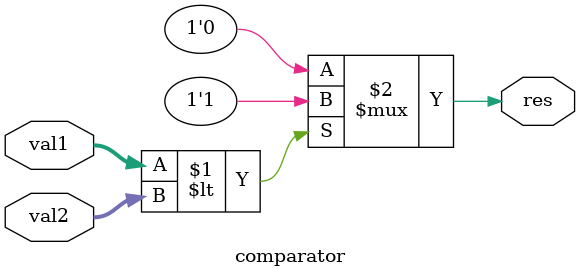
<source format=v>
`timescale 1ns / 1ps

module comparator (
  input [9:0] val1,  // random number
  input [9:0] val2,  // target value
  output res
);
  // output 1 when random < target
  assign res = (val1 < val2) ? 1'b1 : 1'b0;
endmodule
</source>
